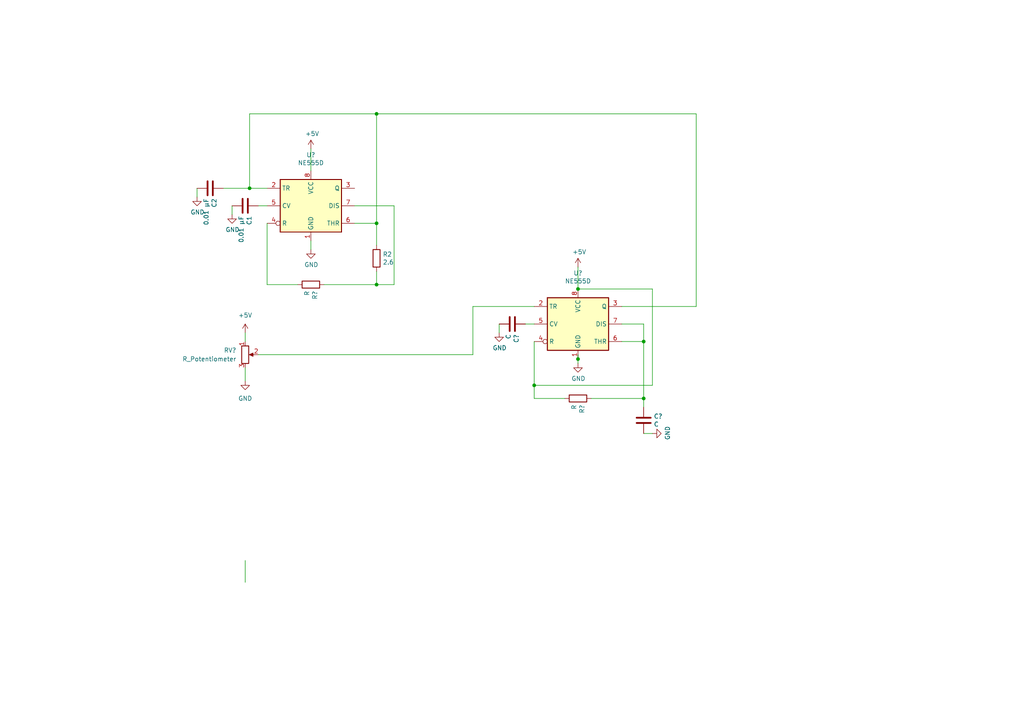
<source format=kicad_sch>
(kicad_sch (version 20211123) (generator eeschema)
  (paper "A4")
  (lib_symbols
    (symbol "Device:C" (pin_numbers hide) (pin_names (offset 0.254))
      (property "Reference" "C" (at 0.635 2.54 0))
      (property "Value" "C" (at 0.635 -2.54 0))
      (symbol "C_0_1"
        (polyline (pts (xy -2.032 -0.762) (xy 2.032 -0.762)) (stroke (width 0.508)))
        (polyline (pts (xy -2.032 0.762) (xy 2.032 0.762)) (stroke (width 0.508)))
      )
      (symbol "C_1_1"
        (pin passive line (at 0 3.81 270) (length 2.794) (name "~") (number "1"))
        (pin passive line (at 0 -3.81 90) (length 2.794) (name "~") (number "2"))
      )
    )
    (symbol "Device:R" (pin_numbers hide) (pin_names (offset 0))
      (property "Reference" "R" (at 2.032 0 90))
      (property "Value" "R" (at 0 0 90))
      (symbol "R_0_1"
        (rectangle (start -1.016 -2.54) (end 1.016 2.54) (stroke (width 0.254)))
      )
      (symbol "R_1_1"
        (pin passive line (at 0 3.81 270) (length 1.27) (name "~") (number "1"))
        (pin passive line (at 0 -3.81 90) (length 1.27) (name "~") (number "2"))
      )
    )
    (symbol "Device:R_Potentiometer" (pin_names (offset 1.016) hide)
      (property "Reference" "RV" (at -4.445 0 90))
      (property "Value" "R_Potentiometer" (at -2.54 0 90))
      (symbol "R_Potentiometer_0_1"
        (polyline (pts (xy 2.54 0) (xy 1.524 0)))
        (polyline (pts (xy 1.143 0) (xy 2.286 0.508) (xy 2.286 -0.508) (xy 1.143 0)) (fill (type outline)))
        (rectangle (start 1.016 2.54) (end -1.016 -2.54) (stroke (width 0.254)))
      )
      (symbol "R_Potentiometer_1_1"
        (pin passive line (at 0 3.81 270) (length 1.27) (name "1") (number "1"))
        (pin passive line (at 3.81 0 180) (length 1.27) (name "2") (number "2"))
        (pin passive line (at 0 -3.81 90) (length 1.27) (name "3") (number "3"))
      )
    )
    (symbol "Timer:NE555D"
      (property "Reference" "U" (at -10.16 8.89 0))
      (property "Value" "NE555D" (at 2.54 8.89 0))
      (symbol "NE555D_0_0"
        (pin power_in line (at 0 -10.16 90) (length 2.54) (name "GND") (number "1"))
        (pin power_in line (at 0 10.16 270) (length 2.54) (name "VCC") (number "8"))
      )
      (symbol "NE555D_0_1"
        (rectangle (start -8.89 -7.62) (end 8.89 7.62) (stroke (width 0.254)) (fill (type background)))
        (rectangle (start -8.89 -7.62) (end 8.89 7.62) (stroke (width 0.254)) (fill (type background)))
      )
      (symbol "NE555D_1_1"
        (pin input line (at -12.7 5.08 0) (length 3.81) (name "TR") (number "2"))
        (pin output line (at 12.7 5.08 180) (length 3.81) (name "Q") (number "3"))
        (pin input inverted (at -12.7 -5.08 0) (length 3.81) (name "R") (number "4"))
        (pin input line (at -12.7 0 0) (length 3.81) (name "CV") (number "5"))
        (pin input line (at 12.7 -5.08 180) (length 3.81) (name "THR") (number "6"))
        (pin input line (at 12.7 0 180) (length 3.81) (name "DIS") (number "7"))
      )
    )
    (symbol "power:+5V" (power) (pin_names (offset 0))
      (property "Value" "+5V" (at 0 3.556 0))
      (symbol "+5V_0_1"
        (polyline (pts (xy -0.762 1.27) (xy 0 2.54)))
        (polyline (pts (xy 0 0) (xy 0 2.54)))
        (polyline (pts (xy 0 2.54) (xy 0.762 1.27)))
      )
      (symbol "+5V_1_1"
        (pin power_in line (at 0 0 90) (length 0) hide (name "+5V") (number "1"))
      )
    )
    (symbol "power:GND" (power) (pin_names (offset 0))
      (property "Value" "GND" (at 0 -3.81 0))
      (symbol "GND_0_1"
        (polyline (pts (xy 0 0) (xy 0 -1.27) (xy 1.27 -1.27) (xy 0 -2.54) (xy -1.27 -1.27) (xy 0 -1.27)))
      )
      (symbol "GND_1_1"
        (pin power_in line (at 0 0 270) (length 0) hide (name "GND") (number "1"))
      )
    )
  )
  (junction (at 186.69 99.06))
  (junction (at 109.22 33.02))
  (junction (at 167.64 83.82))
  (junction (at 186.69 115.57))
  (junction (at 109.22 82.55))
  (junction (at 154.94 111.76))
  (junction (at 167.64 104.14))
  (junction (at 109.22 64.77))
  (junction (at 72.39 54.61))
  (wire (pts (xy 109.22 82.55) (xy 114.3 82.55)))
  (wire (pts (xy 167.64 102.87) (xy 167.64 104.14)))
  (wire (pts (xy 189.23 83.82) (xy 167.64 83.82)))
  (wire (pts (xy 186.69 93.98) (xy 180.34 93.98)))
  (wire (pts (xy 137.16 88.9) (xy 154.94 88.9)))
  (wire (pts (xy 74.93 102.87) (xy 137.16 102.87)))
  (wire (pts (xy 71.12 106.68) (xy 71.12 110.49)))
  (wire (pts (xy 102.87 64.77) (xy 109.22 64.77)))
  (wire (pts (xy 114.3 82.55) (xy 114.3 59.69)))
  (wire (pts (xy 154.94 115.57) (xy 163.83 115.57)))
  (wire (pts (xy 144.78 93.98) (xy 144.78 96.52)))
  (wire (pts (xy 186.69 99.06) (xy 186.69 93.98)))
  (wire (pts (xy 154.94 93.98) (xy 152.4 93.98)))
  (wire (pts (xy 167.64 77.47) (xy 167.64 83.82)))
  (wire (pts (xy 109.22 64.77) (xy 109.22 71.12)))
  (wire (pts (xy 109.22 64.77) (xy 109.22 33.02)))
  (wire (pts (xy 93.98 82.55) (xy 109.22 82.55)))
  (wire (pts (xy 90.17 69.85) (xy 90.17 72.39)))
  (wire (pts (xy 72.39 54.61) (xy 77.47 54.61)))
  (wire (pts (xy 171.45 115.57) (xy 186.69 115.57)))
  (wire (pts (xy 71.12 162.56) (xy 71.12 168.91)))
  (wire (pts (xy 167.64 104.14) (xy 167.64 105.41)))
  (wire (pts (xy 77.47 59.69) (xy 74.93 59.69)))
  (wire (pts (xy 90.17 43.18) (xy 90.17 49.53)))
  (wire (pts (xy 201.93 33.02) (xy 109.22 33.02)))
  (wire (pts (xy 72.39 33.02) (xy 72.39 54.61)))
  (wire (pts (xy 64.77 54.61) (xy 72.39 54.61)))
  (wire (pts (xy 109.22 33.02) (xy 72.39 33.02)))
  (wire (pts (xy 57.15 54.61) (xy 57.15 57.15)))
  (wire (pts (xy 180.34 99.06) (xy 186.69 99.06)))
  (wire (pts (xy 67.31 59.69) (xy 67.31 62.23)))
  (wire (pts (xy 186.69 115.57) (xy 186.69 118.11)))
  (wire (pts (xy 77.47 82.55) (xy 86.36 82.55)))
  (wire (pts (xy 186.69 115.57) (xy 186.69 99.06)))
  (wire (pts (xy 186.69 125.73) (xy 189.23 125.73)))
  (wire (pts (xy 114.3 59.69) (xy 102.87 59.69)))
  (wire (pts (xy 154.94 111.76) (xy 189.23 111.76)))
  (wire (pts (xy 154.94 111.76) (xy 154.94 99.06)))
  (wire (pts (xy 71.12 96.52) (xy 71.12 99.06)))
  (wire (pts (xy 77.47 64.77) (xy 77.47 82.55)))
  (wire (pts (xy 201.93 88.9) (xy 201.93 33.02)))
  (wire (pts (xy 180.34 88.9) (xy 201.93 88.9)))
  (wire (pts (xy 109.22 82.55) (xy 109.22 78.74)))
  (wire (pts (xy 137.16 102.87) (xy 137.16 88.9)))
  (wire (pts (xy 189.23 111.76) (xy 189.23 83.82)))
  (wire (pts (xy 154.94 115.57) (xy 154.94 111.76)))
  (symbol (lib_id "Timer:NE555D") (at 167.64 93.98 0) (unit 1)
    (property "Reference" "U?" (at 167.64 79.2226 0))
    (property "Value" "NE555D" (at 167.64 81.534 0))
    (property "Footprint" "Package_SO:SOIC-8_3.9x4.9mm_P1.27mm" (effects hide))
    (property "Datasheet" "http://www.ti.com/lit/ds/symlink/ne555.pdf" (effects hide))
  )
  (symbol (lib_id "Timer:NE555D") (at 90.17 59.69 0) (unit 1)
    (property "Reference" "U?" (at 90.17 44.9326 0))
    (property "Value" "NE555D" (at 90.17 47.244 0))
    (property "Footprint" "Package_SO:SOIC-8_3.9x4.9mm_P1.27mm" (effects hide))
    (property "Datasheet" "http://www.ti.com/lit/ds/symlink/ne555.pdf" (effects hide))
  )
  (symbol (lib_id "Device:C") (at 71.12 59.69 270) (unit 1)
    (property "Reference" "C1" (at 72.2884 62.611 0) (effects (justify left)))
    (property "Value" "0.01 µF" (at 69.977 62.611 0) (effects (justify left)))
  )
  (symbol (lib_id "Device:C") (at 60.96 54.61 270) (unit 1)
    (property "Reference" "C2" (at 62.1284 57.531 0) (effects (justify left)))
    (property "Value" "0.01 µF" (at 59.817 57.531 0) (effects (justify left)))
  )
  (symbol (lib_id "Device:R") (at 90.17 82.55 270) (unit 1)
    (property "Reference" "R?" (at 91.3384 84.328 0) (effects (justify left)))
    (property "Value" "R" (at 89.027 84.328 0) (effects (justify left)))
  )
  (symbol (lib_id "Device:R") (at 109.22 74.93 0) (unit 1)
    (property "Reference" "R2" (at 110.998 73.7616 0) (effects (justify left)))
    (property "Value" "2.6" (at 110.998 76.073 0) (effects (justify left)))
  )
  (symbol (lib_id "power:GND") (at 90.17 72.39 0) (unit 1)
    (property "Reference" "#PWR?" (effects hide))
    (property "Value" "GND" (at 90.297 76.7842 0))
  )
  (symbol (lib_id "power:+5V") (at 90.17 43.18 0) (unit 1)
    (property "Reference" "#PWR?" (effects hide))
    (property "Value" "+5V" (at 90.551 38.7858 0))
  )
  (symbol (lib_id "power:GND") (at 67.31 62.23 0) (unit 1)
    (property "Reference" "#PWR?" (effects hide))
    (property "Value" "GND" (at 67.437 66.6242 0))
  )
  (symbol (lib_id "power:GND") (at 57.15 57.15 0) (unit 1)
    (property "Reference" "#PWR?" (effects hide))
    (property "Value" "GND" (at 57.277 61.5442 0))
  )
  (symbol (lib_id "power:+5V") (at 167.64 77.47 0) (unit 1)
    (property "Reference" "#PWR?" (effects hide))
    (property "Value" "+5V" (at 168.021 73.0758 0))
  )
  (symbol (lib_id "power:GND") (at 167.64 105.41 0) (unit 1)
    (property "Reference" "#PWR?" (effects hide))
    (property "Value" "GND" (at 167.767 109.8042 0))
  )
  (symbol (lib_id "Device:C") (at 148.59 93.98 270) (unit 1)
    (property "Reference" "C?" (at 149.7584 96.901 0) (effects (justify left)))
    (property "Value" "C" (at 147.447 96.901 0) (effects (justify left)))
  )
  (symbol (lib_id "power:GND") (at 144.78 96.52 0) (unit 1)
    (property "Reference" "#PWR?" (effects hide))
    (property "Value" "GND" (at 144.907 100.9142 0))
  )
  (symbol (lib_id "Device:R") (at 167.64 115.57 270) (unit 1)
    (property "Reference" "R?" (at 168.8084 117.348 0) (effects (justify left)))
    (property "Value" "R" (at 166.497 117.348 0) (effects (justify left)))
  )
  (symbol (lib_id "Device:C") (at 186.69 121.92 0) (unit 1)
    (property "Reference" "C?" (at 189.611 120.7516 0) (effects (justify left)))
    (property "Value" "C" (at 189.611 123.063 0) (effects (justify left)))
  )
  (symbol (lib_id "power:GND") (at 189.23 125.73 90) (unit 1)
    (property "Reference" "#PWR?" (effects hide))
    (property "Value" "GND" (at 193.6242 125.603 0))
  )
  (symbol (lib_id "power:+5V") (at 71.12 96.52 0) (unit 1)
    (property "Reference" "#PWR?" (effects hide))
    (property "Value" "+5V" (at 71.12 91.44 0))
  )
  (symbol (lib_id "Device:R_Potentiometer") (at 71.12 102.87 0) (unit 1)
    (property "Reference" "RV?" (at 68.58 101.5999 0) (effects (justify right)))
    (property "Value" "R_Potentiometer" (at 68.58 104.1399 0) (effects (justify right)))
  )
  (symbol (lib_id "power:GND") (at 71.12 110.49 0) (unit 1)
    (property "Reference" "#PWR?" (effects hide))
    (property "Value" "GND" (at 71.12 115.57 0))
  )
)
</source>
